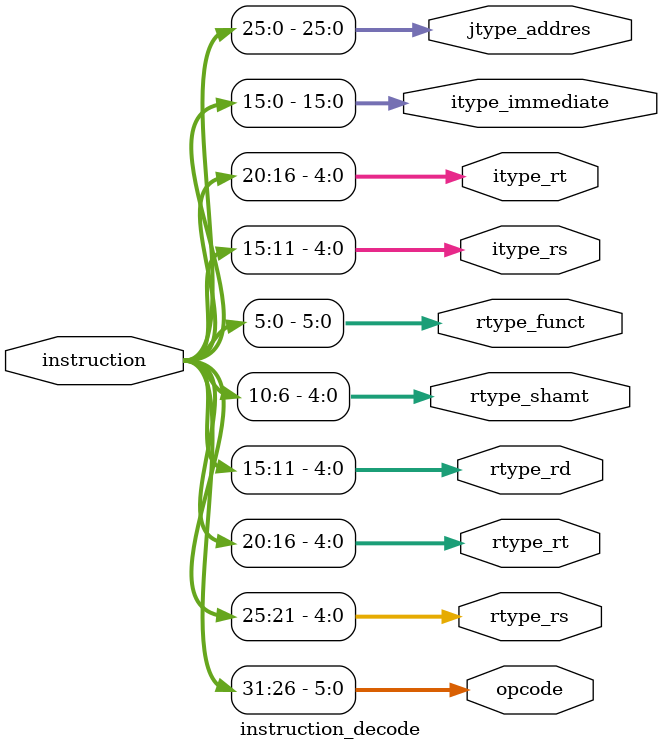
<source format=v>
module instruction_decode
#(
    parameter WORD_SIZE = 32
)
(
	input  [WORD_SIZE-1:0]   instruction
,	output [5:0]             opcode
	// For instruction R-type
,	output [4:0]             rtype_rs
,	output [4:0]             rtype_rt
,	output [4:0]             rtype_rd
,	output [4:0]             rtype_shamt
,	output [5:0]             rtype_funct
	// For instruction I-type
,	output [4:0]             itype_rs
,	output [4:0]             itype_rt
,	output [15:0]            itype_immediate
	// For instruction J-type
,	output [25:0]            jtype_addres
);

assign opcode = instruction[31:26];

// For instruction R-type
assign rtype_rs    = instruction[25:21];
assign rtype_rt    = instruction[20:16];
assign rtype_rd    = instruction[15:11];
assign rtype_shamt = instruction[10:6];
assign rtype_funct = instruction[5:0];

// For instruction I-type
assign itype_rs        = instruction[25:11];
assign itype_rt        = instruction[20:16];
assign itype_immediate = instruction[15:0];

// For instruction J-type
assign jtype_addres    = instruction[25:0];

endmodule
</source>
